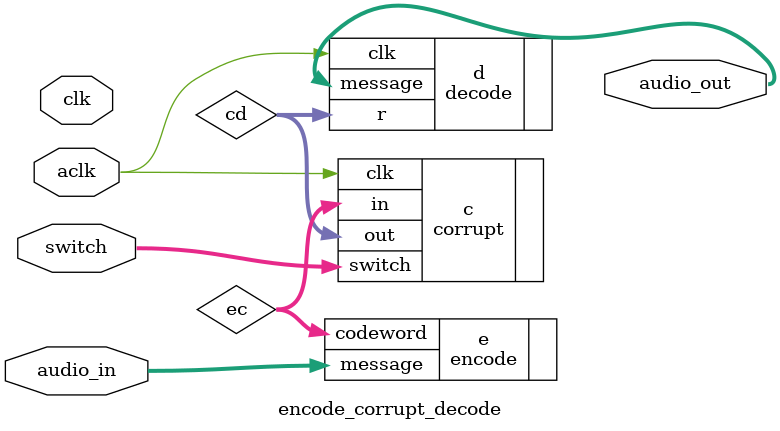
<source format=v>
module encode_corrupt_decode (audio_in, aclk, clk, switch, audio_out);
	input [4:0] audio_in;
	input aclk;
	input clk;
	input [2:0] switch;
	output [4:0] audio_out;

	wire [15:0] ec;
	wire [15:0] cd;

	encode	e	(	.message(audio_in), .codeword(ec)			);
	corrupt	c	(	.in(ec),	.clk(aclk), .switch(switch), .out(cd)			);
	decode	d	(	.r(cd),	.clk(aclk), .message(audio_out)	);

endmodule
</source>
